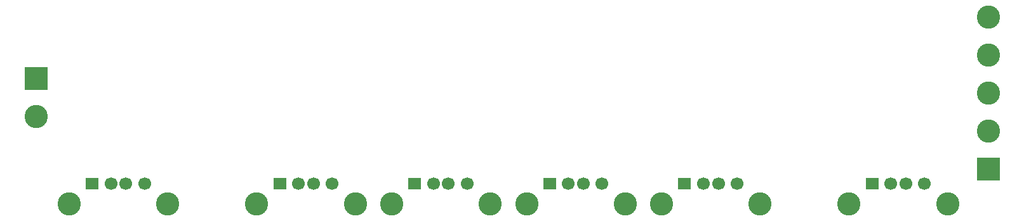
<source format=gbr>
%TF.GenerationSoftware,KiCad,Pcbnew,5.1.6*%
%TF.CreationDate,2020-06-19T21:58:21+02:00*%
%TF.ProjectId,laptop2usb,6c617074-6f70-4327-9573-622e6b696361,rev?*%
%TF.SameCoordinates,Original*%
%TF.FileFunction,Soldermask,Bot*%
%TF.FilePolarity,Negative*%
%FSLAX46Y46*%
G04 Gerber Fmt 4.6, Leading zero omitted, Abs format (unit mm)*
G04 Created by KiCad (PCBNEW 5.1.6) date 2020-06-19 21:58:21*
%MOMM*%
%LPD*%
G01*
G04 APERTURE LIST*
%ADD10C,3.100000*%
%ADD11R,3.100000X3.100000*%
%ADD12C,1.700000*%
%ADD13R,1.700000X1.600000*%
G04 APERTURE END LIST*
D10*
%TO.C,J8*%
X183500000Y-101180000D03*
X183500000Y-106260000D03*
D11*
X183500000Y-121500000D03*
D10*
X183500000Y-111340000D03*
X183500000Y-116420000D03*
%TD*%
%TO.C,J1*%
X56500000Y-114500000D03*
D11*
X56500000Y-109420000D03*
%TD*%
D12*
%TO.C,J7*%
X175000000Y-123500000D03*
X172500000Y-123500000D03*
X170500000Y-123500000D03*
D13*
X168000000Y-123500000D03*
D10*
X178070000Y-126210000D03*
X164930000Y-126210000D03*
%TD*%
D12*
%TO.C,J6*%
X150000000Y-123500000D03*
X147500000Y-123500000D03*
X145500000Y-123500000D03*
D13*
X143000000Y-123500000D03*
D10*
X153070000Y-126210000D03*
X139930000Y-126210000D03*
%TD*%
D12*
%TO.C,J5*%
X132000000Y-123500000D03*
X129500000Y-123500000D03*
X127500000Y-123500000D03*
D13*
X125000000Y-123500000D03*
D10*
X135070000Y-126210000D03*
X121930000Y-126210000D03*
%TD*%
D12*
%TO.C,J4*%
X114000000Y-123500000D03*
X111500000Y-123500000D03*
X109500000Y-123500000D03*
D13*
X107000000Y-123500000D03*
D10*
X117070000Y-126210000D03*
X103930000Y-126210000D03*
%TD*%
D12*
%TO.C,J3*%
X96000000Y-123500000D03*
X93500000Y-123500000D03*
X91500000Y-123500000D03*
D13*
X89000000Y-123500000D03*
D10*
X99070000Y-126210000D03*
X85930000Y-126210000D03*
%TD*%
D12*
%TO.C,J2*%
X71000000Y-123500000D03*
X68500000Y-123500000D03*
X66500000Y-123500000D03*
D13*
X64000000Y-123500000D03*
D10*
X74070000Y-126210000D03*
X60930000Y-126210000D03*
%TD*%
M02*

</source>
